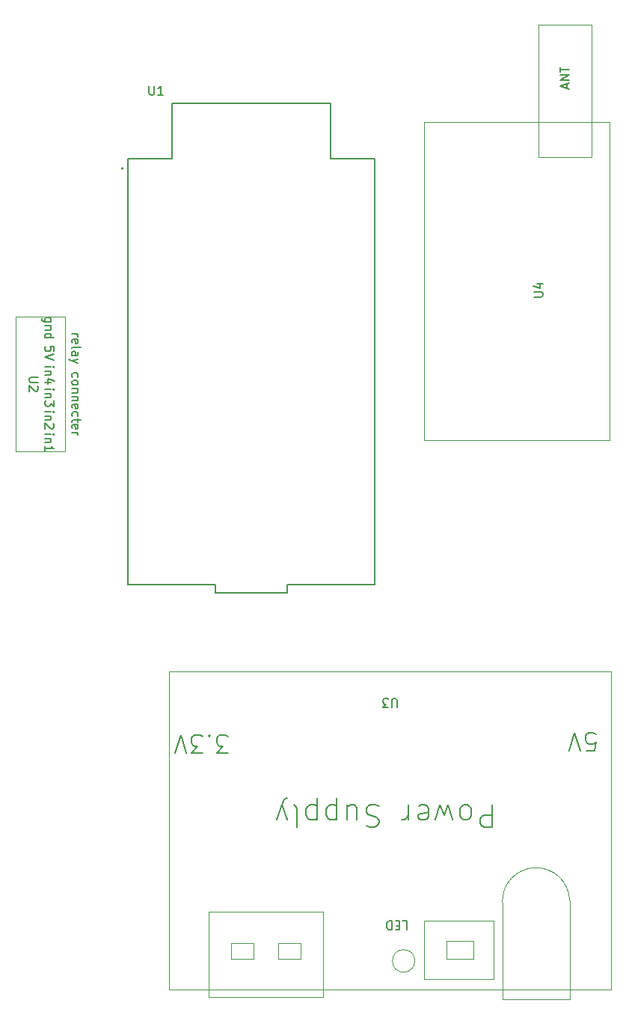
<source format=gbr>
%TF.GenerationSoftware,KiCad,Pcbnew,(6.0.8)*%
%TF.CreationDate,2022-11-01T22:15:49+07:00*%
%TF.ProjectId,esp32,65737033-322e-46b6-9963-61645f706362,rev?*%
%TF.SameCoordinates,Original*%
%TF.FileFunction,Legend,Top*%
%TF.FilePolarity,Positive*%
%FSLAX46Y46*%
G04 Gerber Fmt 4.6, Leading zero omitted, Abs format (unit mm)*
G04 Created by KiCad (PCBNEW (6.0.8)) date 2022-11-01 22:15:49*
%MOMM*%
%LPD*%
G01*
G04 APERTURE LIST*
%ADD10C,0.150000*%
%ADD11C,0.120000*%
%ADD12C,0.200000*%
%ADD13C,0.127000*%
G04 APERTURE END LIST*
D10*
%TO.C,U4*%
X189499380Y-64062904D02*
X190308904Y-64062904D01*
X190404142Y-64015285D01*
X190451761Y-63967666D01*
X190499380Y-63872428D01*
X190499380Y-63681952D01*
X190451761Y-63586714D01*
X190404142Y-63539095D01*
X190308904Y-63491476D01*
X189499380Y-63491476D01*
X189832714Y-62586714D02*
X190499380Y-62586714D01*
X189451761Y-62824809D02*
X190166047Y-63062904D01*
X190166047Y-62443857D01*
X193213666Y-40443857D02*
X193213666Y-39967666D01*
X193499380Y-40539095D02*
X192499380Y-40205761D01*
X193499380Y-39872428D01*
X193499380Y-39539095D02*
X192499380Y-39539095D01*
X193499380Y-38967666D01*
X192499380Y-38967666D01*
X192499380Y-38634333D02*
X192499380Y-38062904D01*
X193499380Y-38348619D02*
X192499380Y-38348619D01*
%TO.C,U3*%
X173989904Y-110497619D02*
X173989904Y-109688095D01*
X173942285Y-109592857D01*
X173894666Y-109545238D01*
X173799428Y-109497619D01*
X173608952Y-109497619D01*
X173513714Y-109545238D01*
X173466095Y-109592857D01*
X173418476Y-109688095D01*
X173418476Y-110497619D01*
X173037523Y-110497619D02*
X172418476Y-110497619D01*
X172751809Y-110116666D01*
X172608952Y-110116666D01*
X172513714Y-110069047D01*
X172466095Y-110021428D01*
X172418476Y-109926190D01*
X172418476Y-109688095D01*
X172466095Y-109592857D01*
X172513714Y-109545238D01*
X172608952Y-109497619D01*
X172894666Y-109497619D01*
X172989904Y-109545238D01*
X173037523Y-109592857D01*
X184803333Y-121527047D02*
X184803333Y-124027047D01*
X183850952Y-124027047D01*
X183612857Y-123908000D01*
X183493809Y-123788952D01*
X183374761Y-123550857D01*
X183374761Y-123193714D01*
X183493809Y-122955619D01*
X183612857Y-122836571D01*
X183850952Y-122717523D01*
X184803333Y-122717523D01*
X181946190Y-121527047D02*
X182184285Y-121646095D01*
X182303333Y-121765142D01*
X182422380Y-122003238D01*
X182422380Y-122717523D01*
X182303333Y-122955619D01*
X182184285Y-123074666D01*
X181946190Y-123193714D01*
X181589047Y-123193714D01*
X181350952Y-123074666D01*
X181231904Y-122955619D01*
X181112857Y-122717523D01*
X181112857Y-122003238D01*
X181231904Y-121765142D01*
X181350952Y-121646095D01*
X181589047Y-121527047D01*
X181946190Y-121527047D01*
X180279523Y-123193714D02*
X179803333Y-121527047D01*
X179327142Y-122717523D01*
X178850952Y-121527047D01*
X178374761Y-123193714D01*
X176470000Y-121646095D02*
X176708095Y-121527047D01*
X177184285Y-121527047D01*
X177422380Y-121646095D01*
X177541428Y-121884190D01*
X177541428Y-122836571D01*
X177422380Y-123074666D01*
X177184285Y-123193714D01*
X176708095Y-123193714D01*
X176470000Y-123074666D01*
X176350952Y-122836571D01*
X176350952Y-122598476D01*
X177541428Y-122360380D01*
X175279523Y-121527047D02*
X175279523Y-123193714D01*
X175279523Y-122717523D02*
X175160476Y-122955619D01*
X175041428Y-123074666D01*
X174803333Y-123193714D01*
X174565238Y-123193714D01*
X171946190Y-121646095D02*
X171589047Y-121527047D01*
X170993809Y-121527047D01*
X170755714Y-121646095D01*
X170636666Y-121765142D01*
X170517619Y-122003238D01*
X170517619Y-122241333D01*
X170636666Y-122479428D01*
X170755714Y-122598476D01*
X170993809Y-122717523D01*
X171470000Y-122836571D01*
X171708095Y-122955619D01*
X171827142Y-123074666D01*
X171946190Y-123312761D01*
X171946190Y-123550857D01*
X171827142Y-123788952D01*
X171708095Y-123908000D01*
X171470000Y-124027047D01*
X170874761Y-124027047D01*
X170517619Y-123908000D01*
X168374761Y-123193714D02*
X168374761Y-121527047D01*
X169446190Y-123193714D02*
X169446190Y-121884190D01*
X169327142Y-121646095D01*
X169089047Y-121527047D01*
X168731904Y-121527047D01*
X168493809Y-121646095D01*
X168374761Y-121765142D01*
X167184285Y-123193714D02*
X167184285Y-120693714D01*
X167184285Y-123074666D02*
X166946190Y-123193714D01*
X166470000Y-123193714D01*
X166231904Y-123074666D01*
X166112857Y-122955619D01*
X165993809Y-122717523D01*
X165993809Y-122003238D01*
X166112857Y-121765142D01*
X166231904Y-121646095D01*
X166470000Y-121527047D01*
X166946190Y-121527047D01*
X167184285Y-121646095D01*
X164922380Y-123193714D02*
X164922380Y-120693714D01*
X164922380Y-123074666D02*
X164684285Y-123193714D01*
X164208095Y-123193714D01*
X163970000Y-123074666D01*
X163850952Y-122955619D01*
X163731904Y-122717523D01*
X163731904Y-122003238D01*
X163850952Y-121765142D01*
X163970000Y-121646095D01*
X164208095Y-121527047D01*
X164684285Y-121527047D01*
X164922380Y-121646095D01*
X162303333Y-121527047D02*
X162541428Y-121646095D01*
X162660476Y-121884190D01*
X162660476Y-124027047D01*
X161589047Y-123193714D02*
X160993809Y-121527047D01*
X160398571Y-123193714D02*
X160993809Y-121527047D01*
X161231904Y-120931809D01*
X161350952Y-120812761D01*
X161589047Y-120693714D01*
X195452952Y-115371238D02*
X196405333Y-115371238D01*
X196500571Y-114418857D01*
X196405333Y-114514095D01*
X196214857Y-114609333D01*
X195738666Y-114609333D01*
X195548190Y-114514095D01*
X195452952Y-114418857D01*
X195357714Y-114228380D01*
X195357714Y-113752190D01*
X195452952Y-113561714D01*
X195548190Y-113466476D01*
X195738666Y-113371238D01*
X196214857Y-113371238D01*
X196405333Y-113466476D01*
X196500571Y-113561714D01*
X194786285Y-115371238D02*
X194119619Y-113371238D01*
X193452952Y-115371238D01*
X154844380Y-115625238D02*
X153606285Y-115625238D01*
X154272952Y-114863333D01*
X153987238Y-114863333D01*
X153796761Y-114768095D01*
X153701523Y-114672857D01*
X153606285Y-114482380D01*
X153606285Y-114006190D01*
X153701523Y-113815714D01*
X153796761Y-113720476D01*
X153987238Y-113625238D01*
X154558666Y-113625238D01*
X154749142Y-113720476D01*
X154844380Y-113815714D01*
X152749142Y-113815714D02*
X152653904Y-113720476D01*
X152749142Y-113625238D01*
X152844380Y-113720476D01*
X152749142Y-113815714D01*
X152749142Y-113625238D01*
X151987238Y-115625238D02*
X150749142Y-115625238D01*
X151415809Y-114863333D01*
X151130095Y-114863333D01*
X150939619Y-114768095D01*
X150844380Y-114672857D01*
X150749142Y-114482380D01*
X150749142Y-114006190D01*
X150844380Y-113815714D01*
X150939619Y-113720476D01*
X151130095Y-113625238D01*
X151701523Y-113625238D01*
X151892000Y-113720476D01*
X151987238Y-113815714D01*
X150177714Y-115625238D02*
X149511047Y-113625238D01*
X148844380Y-115625238D01*
X174632857Y-134651619D02*
X175109047Y-134651619D01*
X175109047Y-135651619D01*
X174299523Y-135175428D02*
X173966190Y-135175428D01*
X173823333Y-134651619D02*
X174299523Y-134651619D01*
X174299523Y-135651619D01*
X173823333Y-135651619D01*
X173394761Y-134651619D02*
X173394761Y-135651619D01*
X173156666Y-135651619D01*
X173013809Y-135604000D01*
X172918571Y-135508761D01*
X172870952Y-135413523D01*
X172823333Y-135223047D01*
X172823333Y-135080190D01*
X172870952Y-134889714D01*
X172918571Y-134794476D01*
X173013809Y-134699238D01*
X173156666Y-134651619D01*
X173394761Y-134651619D01*
%TO.C,U2*%
X133381619Y-73152095D02*
X132572095Y-73152095D01*
X132476857Y-73199714D01*
X132429238Y-73247333D01*
X132381619Y-73342571D01*
X132381619Y-73533047D01*
X132429238Y-73628285D01*
X132476857Y-73675904D01*
X132572095Y-73723523D01*
X133381619Y-73723523D01*
X133286380Y-74152095D02*
X133334000Y-74199714D01*
X133381619Y-74294952D01*
X133381619Y-74533047D01*
X133334000Y-74628285D01*
X133286380Y-74675904D01*
X133191142Y-74723523D01*
X133095904Y-74723523D01*
X132953047Y-74675904D01*
X132381619Y-74104476D01*
X132381619Y-74723523D01*
X134167619Y-77049428D02*
X134834285Y-77049428D01*
X135167619Y-77049428D02*
X135120000Y-77001809D01*
X135072380Y-77049428D01*
X135120000Y-77097047D01*
X135167619Y-77049428D01*
X135072380Y-77049428D01*
X134834285Y-77525619D02*
X134167619Y-77525619D01*
X134739047Y-77525619D02*
X134786666Y-77573238D01*
X134834285Y-77668476D01*
X134834285Y-77811333D01*
X134786666Y-77906571D01*
X134691428Y-77954190D01*
X134167619Y-77954190D01*
X135072380Y-78382761D02*
X135120000Y-78430380D01*
X135167619Y-78525619D01*
X135167619Y-78763714D01*
X135120000Y-78858952D01*
X135072380Y-78906571D01*
X134977142Y-78954190D01*
X134881904Y-78954190D01*
X134739047Y-78906571D01*
X134167619Y-78335142D01*
X134167619Y-78954190D01*
X134834285Y-66873523D02*
X134024761Y-66873523D01*
X133929523Y-66825904D01*
X133881904Y-66778285D01*
X133834285Y-66683047D01*
X133834285Y-66540190D01*
X133881904Y-66444952D01*
X134215238Y-66873523D02*
X134167619Y-66778285D01*
X134167619Y-66587809D01*
X134215238Y-66492571D01*
X134262857Y-66444952D01*
X134358095Y-66397333D01*
X134643809Y-66397333D01*
X134739047Y-66444952D01*
X134786666Y-66492571D01*
X134834285Y-66587809D01*
X134834285Y-66778285D01*
X134786666Y-66873523D01*
X134834285Y-67349714D02*
X134167619Y-67349714D01*
X134739047Y-67349714D02*
X134786666Y-67397333D01*
X134834285Y-67492571D01*
X134834285Y-67635428D01*
X134786666Y-67730666D01*
X134691428Y-67778285D01*
X134167619Y-67778285D01*
X134167619Y-68683047D02*
X135167619Y-68683047D01*
X134215238Y-68683047D02*
X134167619Y-68587809D01*
X134167619Y-68397333D01*
X134215238Y-68302095D01*
X134262857Y-68254476D01*
X134358095Y-68206857D01*
X134643809Y-68206857D01*
X134739047Y-68254476D01*
X134786666Y-68302095D01*
X134834285Y-68397333D01*
X134834285Y-68587809D01*
X134786666Y-68683047D01*
X134167619Y-79589428D02*
X134834285Y-79589428D01*
X135167619Y-79589428D02*
X135120000Y-79541809D01*
X135072380Y-79589428D01*
X135120000Y-79637047D01*
X135167619Y-79589428D01*
X135072380Y-79589428D01*
X134834285Y-80065619D02*
X134167619Y-80065619D01*
X134739047Y-80065619D02*
X134786666Y-80113238D01*
X134834285Y-80208476D01*
X134834285Y-80351333D01*
X134786666Y-80446571D01*
X134691428Y-80494190D01*
X134167619Y-80494190D01*
X134167619Y-81494190D02*
X134167619Y-80922761D01*
X134167619Y-81208476D02*
X135167619Y-81208476D01*
X135024761Y-81113238D01*
X134929523Y-81018000D01*
X134881904Y-80922761D01*
X134167619Y-74509428D02*
X134834285Y-74509428D01*
X135167619Y-74509428D02*
X135120000Y-74461809D01*
X135072380Y-74509428D01*
X135120000Y-74557047D01*
X135167619Y-74509428D01*
X135072380Y-74509428D01*
X134834285Y-74985619D02*
X134167619Y-74985619D01*
X134739047Y-74985619D02*
X134786666Y-75033238D01*
X134834285Y-75128476D01*
X134834285Y-75271333D01*
X134786666Y-75366571D01*
X134691428Y-75414190D01*
X134167619Y-75414190D01*
X135167619Y-75795142D02*
X135167619Y-76414190D01*
X134786666Y-76080857D01*
X134786666Y-76223714D01*
X134739047Y-76318952D01*
X134691428Y-76366571D01*
X134596190Y-76414190D01*
X134358095Y-76414190D01*
X134262857Y-76366571D01*
X134215238Y-76318952D01*
X134167619Y-76223714D01*
X134167619Y-75938000D01*
X134215238Y-75842761D01*
X134262857Y-75795142D01*
X135167619Y-70167523D02*
X135167619Y-69691333D01*
X134691428Y-69643714D01*
X134739047Y-69691333D01*
X134786666Y-69786571D01*
X134786666Y-70024666D01*
X134739047Y-70119904D01*
X134691428Y-70167523D01*
X134596190Y-70215142D01*
X134358095Y-70215142D01*
X134262857Y-70167523D01*
X134215238Y-70119904D01*
X134167619Y-70024666D01*
X134167619Y-69786571D01*
X134215238Y-69691333D01*
X134262857Y-69643714D01*
X135167619Y-70500857D02*
X134167619Y-70834190D01*
X135167619Y-71167523D01*
X134167619Y-71969428D02*
X134834285Y-71969428D01*
X135167619Y-71969428D02*
X135120000Y-71921809D01*
X135072380Y-71969428D01*
X135120000Y-72017047D01*
X135167619Y-71969428D01*
X135072380Y-71969428D01*
X134834285Y-72445619D02*
X134167619Y-72445619D01*
X134739047Y-72445619D02*
X134786666Y-72493238D01*
X134834285Y-72588476D01*
X134834285Y-72731333D01*
X134786666Y-72826571D01*
X134691428Y-72874190D01*
X134167619Y-72874190D01*
X134834285Y-73778952D02*
X134167619Y-73778952D01*
X135215238Y-73540857D02*
X134500952Y-73302761D01*
X134500952Y-73921809D01*
X137215619Y-68271142D02*
X137882285Y-68271142D01*
X137691809Y-68271142D02*
X137787047Y-68318761D01*
X137834666Y-68366380D01*
X137882285Y-68461619D01*
X137882285Y-68556857D01*
X137263238Y-69271142D02*
X137215619Y-69175904D01*
X137215619Y-68985428D01*
X137263238Y-68890190D01*
X137358476Y-68842571D01*
X137739428Y-68842571D01*
X137834666Y-68890190D01*
X137882285Y-68985428D01*
X137882285Y-69175904D01*
X137834666Y-69271142D01*
X137739428Y-69318761D01*
X137644190Y-69318761D01*
X137548952Y-68842571D01*
X137215619Y-69890190D02*
X137263238Y-69794952D01*
X137358476Y-69747333D01*
X138215619Y-69747333D01*
X137215619Y-70699714D02*
X137739428Y-70699714D01*
X137834666Y-70652095D01*
X137882285Y-70556857D01*
X137882285Y-70366380D01*
X137834666Y-70271142D01*
X137263238Y-70699714D02*
X137215619Y-70604476D01*
X137215619Y-70366380D01*
X137263238Y-70271142D01*
X137358476Y-70223523D01*
X137453714Y-70223523D01*
X137548952Y-70271142D01*
X137596571Y-70366380D01*
X137596571Y-70604476D01*
X137644190Y-70699714D01*
X137882285Y-71080666D02*
X137215619Y-71318761D01*
X137882285Y-71556857D02*
X137215619Y-71318761D01*
X136977523Y-71223523D01*
X136929904Y-71175904D01*
X136882285Y-71080666D01*
X137263238Y-73128285D02*
X137215619Y-73033047D01*
X137215619Y-72842571D01*
X137263238Y-72747333D01*
X137310857Y-72699714D01*
X137406095Y-72652095D01*
X137691809Y-72652095D01*
X137787047Y-72699714D01*
X137834666Y-72747333D01*
X137882285Y-72842571D01*
X137882285Y-73033047D01*
X137834666Y-73128285D01*
X137215619Y-73699714D02*
X137263238Y-73604476D01*
X137310857Y-73556857D01*
X137406095Y-73509238D01*
X137691809Y-73509238D01*
X137787047Y-73556857D01*
X137834666Y-73604476D01*
X137882285Y-73699714D01*
X137882285Y-73842571D01*
X137834666Y-73937809D01*
X137787047Y-73985428D01*
X137691809Y-74033047D01*
X137406095Y-74033047D01*
X137310857Y-73985428D01*
X137263238Y-73937809D01*
X137215619Y-73842571D01*
X137215619Y-73699714D01*
X137882285Y-74461619D02*
X137215619Y-74461619D01*
X137787047Y-74461619D02*
X137834666Y-74509238D01*
X137882285Y-74604476D01*
X137882285Y-74747333D01*
X137834666Y-74842571D01*
X137739428Y-74890190D01*
X137215619Y-74890190D01*
X137882285Y-75366380D02*
X137215619Y-75366380D01*
X137787047Y-75366380D02*
X137834666Y-75414000D01*
X137882285Y-75509238D01*
X137882285Y-75652095D01*
X137834666Y-75747333D01*
X137739428Y-75794952D01*
X137215619Y-75794952D01*
X137263238Y-76652095D02*
X137215619Y-76556857D01*
X137215619Y-76366380D01*
X137263238Y-76271142D01*
X137358476Y-76223523D01*
X137739428Y-76223523D01*
X137834666Y-76271142D01*
X137882285Y-76366380D01*
X137882285Y-76556857D01*
X137834666Y-76652095D01*
X137739428Y-76699714D01*
X137644190Y-76699714D01*
X137548952Y-76223523D01*
X137263238Y-77556857D02*
X137215619Y-77461619D01*
X137215619Y-77271142D01*
X137263238Y-77175904D01*
X137310857Y-77128285D01*
X137406095Y-77080666D01*
X137691809Y-77080666D01*
X137787047Y-77128285D01*
X137834666Y-77175904D01*
X137882285Y-77271142D01*
X137882285Y-77461619D01*
X137834666Y-77556857D01*
X137882285Y-77842571D02*
X137882285Y-78223523D01*
X138215619Y-77985428D02*
X137358476Y-77985428D01*
X137263238Y-78033047D01*
X137215619Y-78128285D01*
X137215619Y-78223523D01*
X137263238Y-78937809D02*
X137215619Y-78842571D01*
X137215619Y-78652095D01*
X137263238Y-78556857D01*
X137358476Y-78509238D01*
X137739428Y-78509238D01*
X137834666Y-78556857D01*
X137882285Y-78652095D01*
X137882285Y-78842571D01*
X137834666Y-78937809D01*
X137739428Y-78985428D01*
X137644190Y-78985428D01*
X137548952Y-78509238D01*
X137215619Y-79414000D02*
X137882285Y-79414000D01*
X137691809Y-79414000D02*
X137787047Y-79461619D01*
X137834666Y-79509238D01*
X137882285Y-79604476D01*
X137882285Y-79699714D01*
%TO.C,U1*%
X145941595Y-40202380D02*
X145941595Y-41011904D01*
X145989214Y-41107142D01*
X146036833Y-41154761D01*
X146132071Y-41202380D01*
X146322547Y-41202380D01*
X146417785Y-41154761D01*
X146465404Y-41107142D01*
X146513023Y-41011904D01*
X146513023Y-40202380D01*
X147513023Y-41202380D02*
X146941595Y-41202380D01*
X147227309Y-41202380D02*
X147227309Y-40202380D01*
X147132071Y-40345238D01*
X147036833Y-40440476D01*
X146941595Y-40488095D01*
D11*
%TO.C,U4*%
X177047000Y-44301000D02*
X177047000Y-80301000D01*
X198047000Y-44301000D02*
X177047000Y-44301000D01*
X198047000Y-80301000D02*
X198047000Y-44301000D01*
X177047000Y-80301000D02*
X198047000Y-80301000D01*
X190047000Y-48301000D02*
X190047000Y-33301000D01*
X190047000Y-33301000D02*
X196047000Y-33301000D01*
X196047000Y-33301000D02*
X196047000Y-48301000D01*
X196047000Y-48301000D02*
X190047000Y-48301000D01*
%TO.C,U3*%
X185928000Y-143486000D02*
X185928000Y-132564000D01*
X193548000Y-142216000D02*
X193548000Y-143486000D01*
X193548000Y-143486000D02*
X185928000Y-143486000D01*
X193548000Y-142216000D02*
X193548000Y-132310000D01*
X157734000Y-138914000D02*
X155194000Y-138914000D01*
X155194000Y-138914000D02*
X155194000Y-137136000D01*
X155194000Y-137136000D02*
X157734000Y-137136000D01*
X157734000Y-137136000D02*
X157734000Y-138914000D01*
X163068000Y-138914000D02*
X160528000Y-138914000D01*
X160528000Y-138914000D02*
X160528000Y-137136000D01*
X160528000Y-137136000D02*
X163068000Y-137136000D01*
X163068000Y-137136000D02*
X163068000Y-138914000D01*
X182626000Y-138914000D02*
X179578000Y-138914000D01*
X179578000Y-138914000D02*
X179578000Y-136882000D01*
X179578000Y-136882000D02*
X182626000Y-136882000D01*
X182626000Y-136882000D02*
X182626000Y-138914000D01*
X184912000Y-141200000D02*
X177038000Y-141200000D01*
X177038000Y-141200000D02*
X177038000Y-134596000D01*
X177038000Y-134596000D02*
X184912000Y-134596000D01*
X184912000Y-134596000D02*
X184912000Y-141200000D01*
X165608000Y-143232000D02*
X152654000Y-143232000D01*
X152654000Y-143232000D02*
X152654000Y-133580000D01*
X152654000Y-133580000D02*
X165608000Y-133580000D01*
X165608000Y-133580000D02*
X165608000Y-143232000D01*
X198228000Y-142450000D02*
X148228000Y-142450000D01*
X148228000Y-142450000D02*
X148228000Y-106450000D01*
X148228000Y-106450000D02*
X198228000Y-106450000D01*
X198228000Y-106450000D02*
X198228000Y-142450000D01*
X193548000Y-132310000D02*
G75*
G03*
X185928000Y-132564000I-3810001J-126975D01*
G01*
X176022000Y-139168000D02*
G75*
G03*
X176022000Y-139168000I-1270000J0D01*
G01*
%TO.C,U2*%
X136398000Y-66294000D02*
X130810000Y-66294000D01*
X130810000Y-66294000D02*
X130810000Y-81534000D01*
X130810000Y-81534000D02*
X136398000Y-81534000D01*
X136398000Y-81534000D02*
X136398000Y-66294000D01*
D12*
%TO.C,U1*%
X143028500Y-49530000D02*
G75*
G03*
X143028500Y-49530000I-100000J0D01*
G01*
D13*
X143548500Y-48400000D02*
X143548500Y-96600000D01*
X171448500Y-96600000D02*
X171448500Y-48400000D01*
X171448500Y-48400000D02*
X166498500Y-48400000D01*
X148498500Y-48400000D02*
X143548500Y-48400000D01*
X148498500Y-48400000D02*
X148498500Y-42200000D01*
X148498500Y-42200000D02*
X166498500Y-42200000D01*
X166498500Y-42200000D02*
X166498500Y-48400000D01*
X143548500Y-96600000D02*
X153428500Y-96600000D01*
X153428500Y-96600000D02*
X153428500Y-97500000D01*
X153428500Y-97500000D02*
X161558500Y-97500000D01*
X161558500Y-97500000D02*
X161558500Y-96600000D01*
X161558500Y-96600000D02*
X171448500Y-96600000D01*
%TD*%
M02*

</source>
